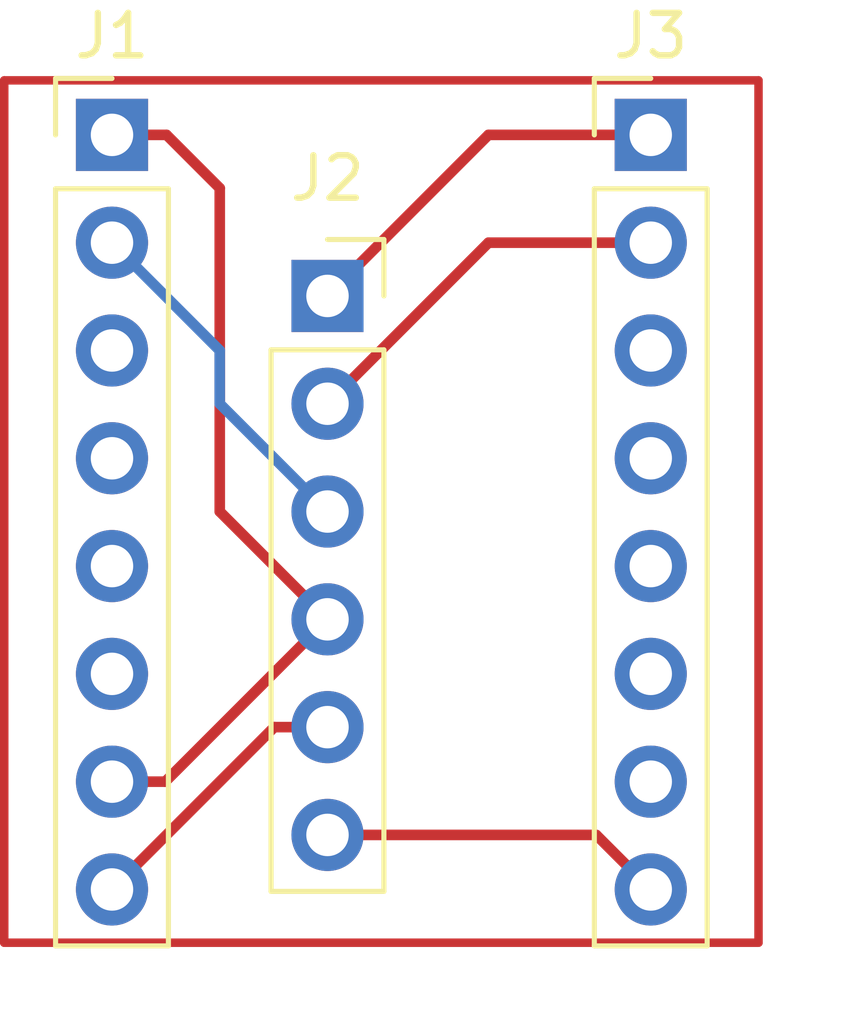
<source format=kicad_pcb>
(kicad_pcb (version 20211014) (generator pcbnew)
  (layers (0 "F.Cu" signal) (31 "B.Cu" signal) (34 "B.Paste" user) (35 "F.Paste" user) (36 "B.SilkS" user "B.Silkscreen") (37 "F.SilkS" user "F.Silkscreen") (38 "B.Mask" user) (39 "F.Mask" user) (44 "Edge.Cuts" user))
  (net 0 "")
  (net 1 "GND")
  (net 2 "3.3V")
  (net 3 "1B")
  (net 4 "1A")
  (net 5 "2A")
  (net 6 "2B")
  (net 7 "12v")
  (net 8 "STEP")
  (net 9 "DIR")
  (net 10 "ENABLE")
  (net 11 "SLEEP")
  (net 12 "RESET")
  (net 13 "MS3")
  (net 14 "MS2")
  (net 15 "MS1")
  (footprint "Connector_PinSocket_2.54mm:PinSocket_1x06_P2.54mm_Vertical" (layer "F.Cu") (at 142.24 88.9)
    (fp_text reference "J2" (at 0 -2.77) (layer "F.SilkS"))
    (fp_text value "Conn_01x06")
    (fp_line (start -1.33 1.27) (end -1.33 14.03) (layer "F.SilkS") (width 0.12))
    (fp_line (start -1.33 14.03) (end 1.33 14.03) (layer "F.SilkS") (width 0.12))
    (fp_line (start 1.33 -1.33) (end 1.33 0) (layer "F.SilkS") (width 0.12))
    (fp_line (start -1.33 1.27) (end 1.33 1.27) (layer "F.SilkS") (width 0.12))
    (fp_line (start 1.33 1.27) (end 1.33 14.03) (layer "F.SilkS") (width 0.12))
    (fp_line (start 0 -1.33) (end 1.33 -1.33) (layer "F.SilkS") (width 0.12))
    (pad "1" thru_hole rect (at 0 0) (size 1.7 1.7) (drill 1) (layers *.Cu *.Mask) (net 9 "DIR"))
    (pad "2" thru_hole oval (at 0 2.54) (size 1.7 1.7) (drill 1) (layers *.Cu *.Mask) (net 8 "STEP"))
    (pad "3" thru_hole oval (at 0 5.08) (size 1.7 1.7) (drill 1) (layers *.Cu *.Mask) (net 2 "3.3V"))
    (pad "4" thru_hole oval (at 0 7.62) (size 1.7 1.7) (drill 1) (layers *.Cu *.Mask) (net 1 "GND"))
    (pad "5" thru_hole oval (at 0 10.16) (size 1.7 1.7) (drill 1) (layers *.Cu *.Mask) (net 7 "12v"))
    (pad "6" thru_hole oval (at 0 12.7) (size 1.7 1.7) (drill 1) (layers *.Cu *.Mask) (net 10 "ENABLE"))
  )
  (footprint "Connector_PinHeader_2.54mm:PinHeader_1x08_P2.54mm_Vertical" (layer "F.Cu") (at 137.16 85.105)
    (fp_text reference "J1" (at 0 -2.33) (layer "F.SilkS"))
    (fp_text value "Conn_01x08" hide)
    (fp_line (start -1.33 0) (end -1.33 -1.33) (layer "F.SilkS") (width 0.12))
    (fp_line (start -1.33 1.27) (end 1.33 1.27) (layer "F.SilkS") (width 0.12))
    (fp_line (start 1.33 1.27) (end 1.33 19.11) (layer "F.SilkS") (width 0.12))
    (fp_line (start -1.33 -1.33) (end 0 -1.33) (layer "F.SilkS") (width 0.12))
    (fp_line (start -1.33 1.27) (end -1.33 19.11) (layer "F.SilkS") (width 0.12))
    (fp_line (start -1.33 19.11) (end 1.33 19.11) (layer "F.SilkS") (width 0.12))
    (pad "1" thru_hole rect (at 0 0) (size 1.7 1.7) (drill 1) (layers *.Cu *.Mask) (net 1 "GND"))
    (pad "2" thru_hole oval (at 0 2.54) (size 1.7 1.7) (drill 1) (layers *.Cu *.Mask) (net 2 "3.3V"))
    (pad "3" thru_hole oval (at 0 5.08) (size 1.7 1.7) (drill 1) (layers *.Cu *.Mask) (net 3 "1B"))
    (pad "4" thru_hole oval (at 0 7.62) (size 1.7 1.7) (drill 1) (layers *.Cu *.Mask) (net 4 "1A"))
    (pad "5" thru_hole oval (at 0 10.16) (size 1.7 1.7) (drill 1) (layers *.Cu *.Mask) (net 5 "2A"))
    (pad "6" thru_hole oval (at 0 12.7) (size 1.7 1.7) (drill 1) (layers *.Cu *.Mask) (net 6 "2B"))
    (pad "7" thru_hole oval (at 0 15.24) (size 1.7 1.7) (drill 1) (layers *.Cu *.Mask) (net 1 "GND"))
    (pad "8" thru_hole oval (at 0 17.78) (size 1.7 1.7) (drill 1) (layers *.Cu *.Mask) (net 7 "12v"))
  )
  (footprint "Connector_PinHeader_2.54mm:PinHeader_1x08_P2.54mm_Vertical" (layer "F.Cu") (at 149.86 85.105)
    (fp_text reference "J3" (at 0 -2.33) (layer "F.SilkS"))
    (fp_text value "Conn_01x08")
    (fp_line (start -1.33 0) (end -1.33 -1.33) (layer "F.SilkS") (width 0.12))
    (fp_line (start -1.33 1.27) (end 1.33 1.27) (layer "F.SilkS") (width 0.12))
    (fp_line (start -1.33 19.11) (end 1.33 19.11) (layer "F.SilkS") (width 0.12))
    (fp_line (start -1.33 -1.33) (end 0 -1.33) (layer "F.SilkS") (width 0.12))
    (fp_line (start 1.33 1.27) (end 1.33 19.11) (layer "F.SilkS") (width 0.12))
    (fp_line (start -1.33 1.27) (end -1.33 19.11) (layer "F.SilkS") (width 0.12))
    (pad "1" thru_hole rect (at 0 0) (size 1.7 1.7) (drill 1) (layers *.Cu *.Mask) (net 9 "DIR"))
    (pad "2" thru_hole oval (at 0 2.54) (size 1.7 1.7) (drill 1) (layers *.Cu *.Mask) (net 8 "STEP"))
    (pad "3" thru_hole oval (at 0 5.08) (size 1.7 1.7) (drill 1) (layers *.Cu *.Mask) (net 11 "SLEEP"))
    (pad "4" thru_hole oval (at 0 7.62) (size 1.7 1.7) (drill 1) (layers *.Cu *.Mask) (net 12 "RESET"))
    (pad "5" thru_hole oval (at 0 10.16) (size 1.7 1.7) (drill 1) (layers *.Cu *.Mask) (net 13 "MS3"))
    (pad "6" thru_hole oval (at 0 12.7) (size 1.7 1.7) (drill 1) (layers *.Cu *.Mask) (net 14 "MS2"))
    (pad "7" thru_hole oval (at 0 15.24) (size 1.7 1.7) (drill 1) (layers *.Cu *.Mask) (net 15 "MS1"))
    (pad "8" thru_hole oval (at 0 17.78) (size 1.7 1.7) (drill 1) (layers *.Cu *.Mask) (net 10 "ENABLE"))
  )
  (gr_line (start 152.4 83.82) (end 134.62 83.82) (layer "F.Cu") (width 0.2))
  (gr_line (start 152.4 104.14) (end 152.4 83.82) (layer "F.Cu") (width 0.2))
  (gr_line (start 134.62 104.14) (end 152.4 104.14) (layer "F.Cu") (width 0.2))
  (gr_line (start 134.62 83.82) (end 134.62 104.14) (layer "F.Cu") (width 0.2))
  (segment (start 139.7 86.36) (end 139.7 93.98) (width 0.25) (layer "F.Cu") (net 1))
  (segment (start 139.7 93.98) (end 142.24 96.52) (width 0.25) (layer "F.Cu") (net 1))
  (segment (start 137.16 85.105) (end 138.445 85.105) (width 0.25) (layer "F.Cu") (net 1))
  (segment (start 137.16 100.345) (end 138.415 100.345) (width 0.25) (layer "F.Cu") (net 1))
  (segment (start 138.415 100.345) (end 142.24 96.52) (width 0.25) (layer "F.Cu") (net 1))
  (segment (start 138.445 85.105) (end 139.7 86.36) (width 0.25) (layer "F.Cu") (net 1))
  (segment (start 137.16 87.645) (end 137.16 88.02101) (width 0.25) (layer "F.Cu") (net 2))
  (segment (start 139.7 90.185) (end 139.7 91.44) (width 0.25) (layer "B.Cu") (net 2))
  (segment (start 137.16 87.645) (end 139.7 90.185) (width 0.25) (layer "B.Cu") (net 2))
  (segment (start 139.7 91.44) (end 142.24 93.98) (width 0.25) (layer "B.Cu") (net 2))
  (segment (start 137.16 102.885) (end 140.985 99.06) (width 0.25) (layer "F.Cu") (net 7))
  (segment (start 140.985 99.06) (end 142.24 99.06) (width 0.25) (layer "F.Cu") (net 7))
  (segment (start 146.035 87.645) (end 142.24 91.44) (width 0.25) (layer "F.Cu") (net 8))
  (segment (start 149.86 87.645) (end 146.035 87.645) (width 0.25) (layer "F.Cu") (net 8))
  (segment (start 146.035 85.105) (end 142.24 88.9) (width 0.25) (layer "F.Cu") (net 9))
  (segment (start 149.86 85.105) (end 146.035 85.105) (width 0.25) (layer "F.Cu") (net 9))
  (segment (start 149.86 102.885) (end 148.575 101.6) (width 0.25) (layer "F.Cu") (net 10))
  (segment (start 148.575 101.6) (end 142.24 101.6) (width 0.25) (layer "F.Cu") (net 10))
)
</source>
